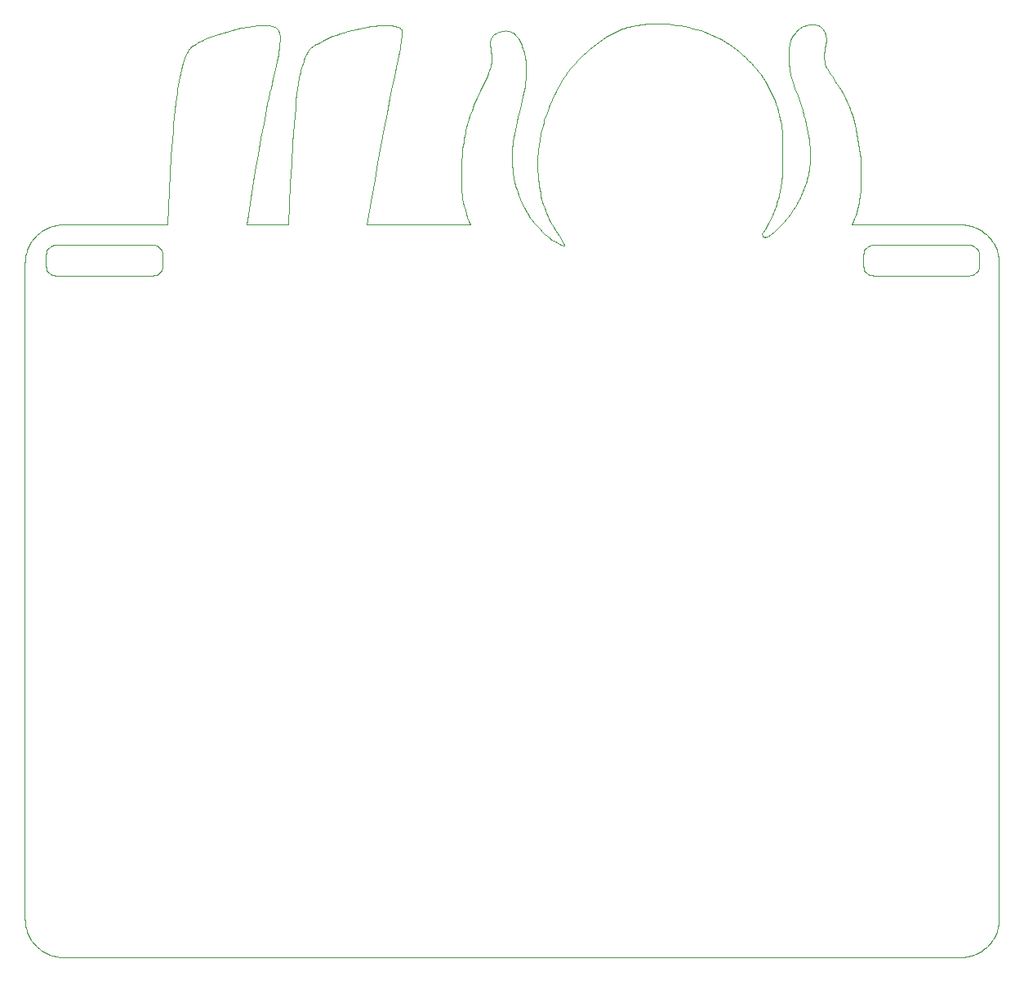
<source format=gbr>
G04 #@! TF.GenerationSoftware,KiCad,Pcbnew,(5.1.5-0-10_14)*
G04 #@! TF.CreationDate,2020-02-09T18:22:42-08:00*
G04 #@! TF.ProjectId,badge-proto,62616467-652d-4707-926f-746f2e6b6963,rev?*
G04 #@! TF.SameCoordinates,Original*
G04 #@! TF.FileFunction,Profile,NP*
%FSLAX46Y46*%
G04 Gerber Fmt 4.6, Leading zero omitted, Abs format (unit mm)*
G04 Created by KiCad (PCBNEW (5.1.5-0-10_14)) date 2020-02-09 18:22:42*
%MOMM*%
%LPD*%
G04 APERTURE LIST*
%ADD10C,0.100000*%
G04 APERTURE END LIST*
D10*
X14913455Y48424225D02*
X14599262Y48419057D01*
X14599262Y48419057D02*
X14288689Y48406655D01*
X14288689Y48406655D02*
X13982765Y48387018D01*
X13982765Y48387018D02*
X13681489Y48359630D01*
X13681489Y48359630D02*
X13385902Y48325006D01*
X13385902Y48325006D02*
X13096514Y48283148D01*
X13096514Y48283148D02*
X12813844Y48234056D01*
X12813844Y48234056D02*
X12537891Y48176695D01*
X12537891Y48176695D02*
X12362708Y48135354D01*
X12362708Y48135354D02*
X12187525Y48089879D01*
X12187525Y48089879D02*
X12012341Y48040269D01*
X12012341Y48040269D02*
X11837674Y47986009D01*
X11837674Y47986009D02*
X11663009Y47928131D01*
X11663009Y47928131D02*
X11488342Y47865603D01*
X11488342Y47865603D02*
X11140042Y47728660D01*
X11140042Y47728660D02*
X10792776Y47575181D01*
X10792776Y47575181D02*
X10446545Y47405683D01*
X10446545Y47405683D02*
X10101864Y47220164D01*
X10101864Y47220164D02*
X9758216Y47018626D01*
X9758216Y47018626D02*
X9416633Y46801068D01*
X9416633Y46801068D02*
X9076085Y46568008D01*
X9076085Y46568008D02*
X8738123Y46319444D01*
X8738123Y46319444D02*
X8401710Y46055377D01*
X8401710Y46055377D02*
X8067880Y45776325D01*
X8067880Y45776325D02*
X7736116Y45481769D01*
X7736116Y45481769D02*
X7407454Y45172744D01*
X7407454Y45172744D02*
X7080860Y44848733D01*
X7080860Y44848733D02*
X6849350Y44609988D01*
X6849350Y44609988D02*
X6633341Y44381578D01*
X6633341Y44381578D02*
X6432321Y44161436D01*
X6432321Y44161436D02*
X6243184Y43946979D01*
X6243184Y43946979D02*
X6065934Y43736139D01*
X6065934Y43736139D02*
X5897985Y43527366D01*
X5897985Y43527366D02*
X5738306Y43317560D01*
X5738306Y43317560D02*
X5585342Y43105170D01*
X5585342Y43105170D02*
X5438065Y42887612D01*
X5438065Y42887612D02*
X5293888Y42663336D01*
X5293888Y42663336D02*
X5152296Y42429759D01*
X5152296Y42429759D02*
X5011218Y42184813D01*
X5011218Y42184813D02*
X4869626Y41926431D01*
X4869626Y41926431D02*
X4725447Y41652029D01*
X4725447Y41652029D02*
X4577653Y41360057D01*
X4577653Y41360057D02*
X4424692Y41047931D01*
X4424692Y41047931D02*
X4299634Y40784382D01*
X4299634Y40784382D02*
X4178712Y40520315D01*
X4178712Y40520315D02*
X4062438Y40255732D01*
X4062438Y40255732D02*
X3950818Y39991148D01*
X3950818Y39991148D02*
X3843847Y39725531D01*
X3843847Y39725531D02*
X3741527Y39459915D01*
X3741527Y39459915D02*
X3643859Y39194298D01*
X3643859Y39194298D02*
X3550842Y38928164D01*
X3550842Y38928164D02*
X3461958Y38662030D01*
X3461958Y38662030D02*
X3378244Y38395380D01*
X3378244Y38395380D02*
X3298662Y38128730D01*
X3298662Y38128730D02*
X3224248Y37862596D01*
X3224248Y37862596D02*
X3154483Y37595946D01*
X3154483Y37595946D02*
X3089372Y37329295D01*
X3089372Y37329295D02*
X3028393Y37062645D01*
X3028393Y37062645D02*
X2972582Y36796511D01*
X2972582Y36796511D02*
X2921422Y36530378D01*
X2921422Y36530378D02*
X2875432Y36264244D01*
X2875432Y36264244D02*
X2833573Y35998627D01*
X2833573Y35998627D02*
X2796883Y35733527D01*
X2796883Y35733527D02*
X2764328Y35468427D01*
X2764328Y35468427D02*
X2737455Y35203844D01*
X2737455Y35203844D02*
X2714719Y34939777D01*
X2714719Y34939777D02*
X2697148Y34675711D01*
X2697148Y34675711D02*
X2683713Y34412678D01*
X2683713Y34412678D02*
X2675960Y34150161D01*
X2675960Y34150161D02*
X2672343Y33888162D01*
X2672343Y33888162D02*
X2674410Y33626679D01*
X2674410Y33626679D02*
X2680612Y33366230D01*
X2680612Y33366230D02*
X2691981Y33106297D01*
X2691981Y33106297D02*
X2707999Y32847398D01*
X2707999Y32847398D02*
X2729186Y32589016D01*
X2729186Y32589016D02*
X2765876Y32223664D01*
X2765876Y32223664D02*
X2808252Y31870197D01*
X2808252Y31870197D02*
X2856311Y31527582D01*
X2856311Y31527582D02*
X2911087Y31195303D01*
X2911087Y31195303D02*
X2972066Y30871292D01*
X2972066Y30871292D02*
X3040278Y30555032D01*
X3040278Y30555032D02*
X3116243Y30245490D01*
X3116243Y30245490D02*
X3199444Y29941116D01*
X3199444Y29941116D02*
X3291426Y29641393D01*
X3291426Y29641393D02*
X3391163Y29344770D01*
X3391163Y29344770D02*
X3499682Y29050731D01*
X3499682Y29050731D02*
X3618022Y28757726D01*
X3618022Y28757726D02*
X3745147Y28464720D01*
X3745147Y28464720D02*
X3882606Y28170681D01*
X3882606Y28170681D02*
X4029883Y27874575D01*
X4029883Y27874575D02*
X4188012Y27575369D01*
X4188012Y27575369D02*
X4339642Y27322764D01*
X4339642Y27322764D02*
X4535556Y27011414D01*
X4535556Y27011414D02*
X4907348Y26431769D01*
X4907348Y26431769D02*
X5087173Y26143878D01*
X5087173Y26143878D02*
X5237367Y25889607D01*
X5237367Y25889607D02*
X5357297Y25670256D01*
X5357297Y25670256D02*
X5446333Y25487124D01*
X5446333Y25487124D02*
X5473350Y25416391D01*
X5473350Y25416391D02*
X5491294Y25357933D01*
X5491294Y25357933D02*
X5341001Y25407102D01*
X5341001Y25407102D02*
X5151210Y25483229D01*
X5151210Y25483229D02*
X4924109Y25585979D01*
X4924109Y25585979D02*
X4661886Y25715017D01*
X4661886Y25715017D02*
X4533148Y25783608D01*
X4533148Y25783608D02*
X4407847Y25856438D01*
X4407847Y25856438D02*
X4285322Y25933679D01*
X4285322Y25933679D02*
X4164915Y26015506D01*
X4164915Y26015506D02*
X4045967Y26102092D01*
X4045967Y26102092D02*
X3927820Y26193611D01*
X3927820Y26193611D02*
X3691294Y26392140D01*
X3691294Y26392140D02*
X3450065Y26612482D01*
X3450065Y26612482D02*
X3198865Y26856026D01*
X3198865Y26856026D02*
X2932424Y27124160D01*
X2932424Y27124160D02*
X2645472Y27418273D01*
X2645472Y27418273D02*
X2500777Y27575369D01*
X2500777Y27575369D02*
X2238779Y27872509D01*
X2238779Y27872509D02*
X2120438Y28015652D01*
X2120438Y28015652D02*
X2008819Y28157246D01*
X2008819Y28157246D02*
X1903398Y28297806D01*
X1903398Y28297806D02*
X1803663Y28439399D01*
X1803663Y28439399D02*
X1708061Y28583059D01*
X1708061Y28583059D02*
X1616076Y28730337D01*
X1616076Y28730337D02*
X1527192Y28882266D01*
X1527192Y28882266D02*
X1439861Y29040396D01*
X1439861Y29040396D02*
X1353560Y29206277D01*
X1353560Y29206277D02*
X1267260Y29380944D01*
X1267260Y29380944D02*
X1092077Y29761282D01*
X1092077Y29761282D02*
X907075Y30192780D01*
X907075Y30192780D02*
X733961Y30621178D01*
X733961Y30621178D02*
X587199Y31014952D01*
X587199Y31014952D02*
X523120Y31203054D01*
X523120Y31203054D02*
X464210Y31387023D01*
X464210Y31387023D02*
X410465Y31568407D01*
X410465Y31568407D02*
X361372Y31749274D01*
X361372Y31749274D02*
X316414Y31931175D01*
X316414Y31931175D02*
X275589Y32115660D01*
X275589Y32115660D02*
X237867Y32303762D01*
X237867Y32303762D02*
X203244Y32497549D01*
X203244Y32497549D02*
X141749Y32908377D01*
X141749Y32908377D02*
X86970Y33360545D01*
X86970Y33360545D02*
X55966Y33677322D01*
X55966Y33677322D02*
X33744Y33989448D01*
X33744Y33989448D02*
X19792Y34299506D01*
X19792Y34299506D02*
X15141Y34610598D01*
X15141Y34610598D02*
X19792Y34924274D01*
X19792Y34924274D02*
X33744Y35243118D01*
X33744Y35243118D02*
X57517Y35570230D01*
X57517Y35570230D02*
X91621Y35907677D01*
X91621Y35907677D02*
X136063Y36258043D01*
X136063Y36258043D02*
X191875Y36623395D01*
X191875Y36623395D02*
X258020Y37006834D01*
X258020Y37006834D02*
X336051Y37410427D01*
X336051Y37410427D02*
X425451Y37836758D01*
X425451Y37836758D02*
X526737Y38288410D01*
X526737Y38288410D02*
X640425Y38767450D01*
X640425Y38767450D02*
X766515Y39276463D01*
X766515Y39276463D02*
X957203Y40064012D01*
X957203Y40064012D02*
X1138586Y40867581D01*
X1138586Y40867581D02*
X1290515Y41598285D01*
X1290515Y41598285D02*
X1349427Y41908344D01*
X1349427Y41908344D02*
X1393350Y42167243D01*
X1393350Y42167243D02*
X1428492Y42416323D01*
X1428492Y42416323D02*
X1456914Y42665404D01*
X1456914Y42665404D02*
X1477583Y42912934D01*
X1477583Y42912934D02*
X1491537Y43159430D01*
X1491537Y43159430D02*
X1498255Y43403860D01*
X1498255Y43403860D02*
X1498255Y43646222D01*
X1498255Y43646222D02*
X1492053Y43886001D01*
X1492053Y43886001D02*
X1479133Y44122679D01*
X1479133Y44122679D02*
X1460015Y44355740D01*
X1460015Y44355740D02*
X1434691Y44584666D01*
X1434691Y44584666D02*
X1403169Y44808942D01*
X1403169Y44808942D02*
X1365447Y45029084D01*
X1365447Y45029084D02*
X1322037Y45243541D01*
X1322037Y45243541D02*
X1273462Y45452314D01*
X1273462Y45452314D02*
X1219201Y45654885D01*
X1219201Y45654885D02*
X1159257Y45850739D01*
X1159257Y45850739D02*
X1094146Y46039875D01*
X1094146Y46039875D02*
X1023865Y46221776D01*
X1023865Y46221776D02*
X947900Y46395925D01*
X947900Y46395925D02*
X866769Y46561807D01*
X866769Y46561807D02*
X779435Y46719420D01*
X779435Y46719420D02*
X686934Y46867731D01*
X686934Y46867731D02*
X588234Y47006741D01*
X588234Y47006741D02*
X483329Y47135932D01*
X483329Y47135932D02*
X371191Y47255304D01*
X371191Y47255304D02*
X251819Y47363308D01*
X251819Y47363308D02*
X124694Y47458909D01*
X124694Y47458909D02*
X58033Y47501801D01*
X58033Y47501801D02*
X-9664Y47540558D01*
X-9664Y47540558D02*
X-79426Y47575698D01*
X-79426Y47575698D02*
X-150224Y47606704D01*
X-150224Y47606704D02*
X-223087Y47633576D01*
X-223087Y47633576D02*
X-296985Y47655797D01*
X-296985Y47655797D02*
X-372431Y47673367D01*
X-372431Y47673367D02*
X-449430Y47686286D01*
X-449430Y47686286D02*
X-527461Y47694037D01*
X-527461Y47694037D02*
X-606527Y47696621D01*
X-606527Y47696621D02*
X-724348Y47693004D01*
X-724348Y47693004D02*
X-841654Y47681635D01*
X-841654Y47681635D02*
X-957409Y47663031D01*
X-957409Y47663031D02*
X-1071614Y47638227D01*
X-1071614Y47638227D02*
X-1183752Y47606704D01*
X-1183752Y47606704D02*
X-1293306Y47569497D01*
X-1293306Y47569497D02*
X-1399761Y47527122D01*
X-1399761Y47527122D02*
X-1503112Y47479580D01*
X-1503112Y47479580D02*
X-1602847Y47427903D01*
X-1602847Y47427903D02*
X-1698967Y47371576D01*
X-1698967Y47371576D02*
X-1790434Y47310081D01*
X-1790434Y47310081D02*
X-1875699Y47242385D01*
X-1875699Y47242385D02*
X-1954248Y47167971D01*
X-1954248Y47167971D02*
X-2025045Y47085289D01*
X-2025045Y47085289D02*
X-2087574Y46994338D01*
X-2087574Y46994338D02*
X-2139766Y46893569D01*
X-2139766Y46893569D02*
X-2165087Y46831041D01*
X-2165087Y46831041D02*
X-2186793Y46767479D01*
X-2186793Y46767479D02*
X-2203845Y46702366D01*
X-2203845Y46702366D02*
X-2216765Y46634670D01*
X-2216765Y46634670D02*
X-2232267Y46491010D01*
X-2232267Y46491010D02*
X-2234852Y46332363D01*
X-2234852Y46332363D02*
X-2226065Y46155113D01*
X-2226065Y46155113D02*
X-2206946Y45955125D01*
X-2206946Y45955125D02*
X-2145452Y45469883D01*
X-2145452Y45469883D02*
X-2117028Y45248192D01*
X-2117028Y45248192D02*
X-2095842Y45048720D01*
X-2095842Y45048720D02*
X-2083439Y44865786D01*
X-2083439Y44865786D02*
X-2079822Y44693704D01*
X-2079822Y44693704D02*
X-2087056Y44526789D01*
X-2087056Y44526789D02*
X-2106177Y44359357D01*
X-2106177Y44359357D02*
X-2137184Y44185724D01*
X-2137184Y44185724D02*
X-2182658Y43999172D01*
X-2182658Y43999172D02*
X-2243636Y43794534D01*
X-2243636Y43794534D02*
X-2322702Y43566641D01*
X-2322702Y43566641D02*
X-2420886Y43310842D01*
X-2420886Y43310842D02*
X-2539742Y43023004D01*
X-2539742Y43023004D02*
X-2680818Y42698477D01*
X-2680818Y42698477D02*
X-2844632Y42333641D01*
X-2844632Y42333641D02*
X-3247193Y41463926D01*
X-3247193Y41463926D02*
X-3602208Y40691364D01*
X-3602208Y40691364D02*
X-3758272Y40338931D01*
X-3758272Y40338931D02*
X-3901415Y40006135D01*
X-3901415Y40006135D02*
X-4032674Y39688841D01*
X-4032674Y39688841D02*
X-4152562Y39385501D01*
X-4152562Y39385501D02*
X-4262118Y39093012D01*
X-4262118Y39093012D02*
X-4362885Y38807758D01*
X-4362885Y38807758D02*
X-4454870Y38528188D01*
X-4454870Y38528188D02*
X-4539619Y38250686D01*
X-4539619Y38250686D02*
X-4617652Y37973184D01*
X-4617652Y37973184D02*
X-4690516Y37692064D01*
X-4690516Y37692064D02*
X-4758728Y37404743D01*
X-4758728Y37404743D02*
X-4823839Y37109154D01*
X-4823839Y37109154D02*
X-4885853Y36801679D01*
X-4885853Y36801679D02*
X-4946312Y36479735D01*
X-4946312Y36479735D02*
X-4997991Y36168126D01*
X-4997991Y36168126D02*
X-5045531Y35829645D01*
X-5045531Y35829645D02*
X-5088941Y35469460D01*
X-5088941Y35469460D02*
X-5127182Y35091189D01*
X-5127182Y35091189D02*
X-5160770Y34698965D01*
X-5160770Y34698965D02*
X-5189192Y34297439D01*
X-5189192Y34297439D02*
X-5212446Y33890745D01*
X-5212446Y33890745D02*
X-5230017Y33482502D01*
X-5230017Y33482502D02*
X-5242418Y33077359D01*
X-5242418Y33077359D02*
X-5248620Y32679967D01*
X-5248620Y32679967D02*
X-5249136Y32293427D01*
X-5249136Y32293427D02*
X-5243453Y31922907D01*
X-5243453Y31922907D02*
X-5231568Y31572024D01*
X-5231568Y31572024D02*
X-5212965Y31245429D01*
X-5212965Y31245429D02*
X-5187642Y30946739D01*
X-5187642Y30946739D02*
X-5155603Y30680606D01*
X-5155603Y30680606D02*
X-5092558Y30286314D01*
X-5092558Y30286314D02*
X-5017626Y29892540D01*
X-5017626Y29892540D02*
X-4929776Y29500833D01*
X-4929776Y29500833D02*
X-4830557Y29110676D01*
X-4830557Y29110676D02*
X-4719453Y28722586D01*
X-4719453Y28722586D02*
X-4596464Y28337080D01*
X-4596464Y28337080D02*
X-4462622Y27954674D01*
X-4462622Y27954674D02*
X-4317411Y27575369D01*
X-4317411Y27575369D02*
X-15020116Y27575369D01*
X-15020116Y27575369D02*
X-14768453Y28992854D01*
X-14768453Y28992854D02*
X-14518339Y30475450D01*
X-14518339Y30475450D02*
X-14227401Y32219013D01*
X-14227401Y32219013D02*
X-13915791Y34014769D01*
X-13915791Y34014769D02*
X-13593330Y35812075D01*
X-13593330Y35812075D02*
X-13269837Y37558739D01*
X-13269837Y37558739D02*
X-12954610Y39203600D01*
X-12954610Y39203600D02*
X-12657469Y40696015D01*
X-12657469Y40696015D02*
X-12388237Y41983275D01*
X-12388237Y41983275D02*
X-12266796Y42534145D01*
X-12266796Y42534145D02*
X-12156208Y43014736D01*
X-12156208Y43014736D02*
X-12054407Y43455019D01*
X-12054407Y43455019D02*
X-11957771Y43887551D01*
X-11957771Y43887551D02*
X-11784138Y44720575D01*
X-11784138Y44720575D02*
X-11707657Y45115900D01*
X-11707657Y45115900D02*
X-11638411Y45493655D01*
X-11638411Y45493655D02*
X-11576916Y45851772D01*
X-11576916Y45851772D02*
X-11523171Y46187669D01*
X-11523171Y46187669D02*
X-11477697Y46498761D01*
X-11477697Y46498761D02*
X-11441524Y46782982D01*
X-11441524Y46782982D02*
X-11414137Y47037230D01*
X-11414137Y47037230D02*
X-11396566Y47259955D01*
X-11396566Y47259955D02*
X-11388813Y47448057D01*
X-11388813Y47448057D02*
X-11391398Y47598952D01*
X-11391398Y47598952D02*
X-11404834Y47711090D01*
X-11404834Y47711090D02*
X-11415168Y47751398D01*
X-11415168Y47751398D02*
X-11429123Y47780853D01*
X-11429123Y47780853D02*
X-11473046Y47841832D01*
X-11473046Y47841832D02*
X-11526791Y47898159D01*
X-11526791Y47898159D02*
X-11590352Y47949835D01*
X-11590352Y47949835D02*
X-11662699Y47997378D01*
X-11662699Y47997378D02*
X-11744347Y48040269D01*
X-11744347Y48040269D02*
X-11834782Y48079027D01*
X-11834782Y48079027D02*
X-11932966Y48113650D01*
X-11932966Y48113650D02*
X-12039421Y48144139D01*
X-12039421Y48144139D02*
X-12153107Y48170494D01*
X-12153107Y48170494D02*
X-12274548Y48192715D01*
X-12274548Y48192715D02*
X-12403223Y48211318D01*
X-12403223Y48211318D02*
X-12538097Y48226304D01*
X-12538097Y48226304D02*
X-12679692Y48237156D01*
X-12679692Y48237156D02*
X-12827485Y48244391D01*
X-12827485Y48244391D02*
X-13139612Y48248008D01*
X-13139612Y48248008D02*
X-13472926Y48237673D01*
X-13472926Y48237673D02*
X-13824324Y48213902D01*
X-13824324Y48213902D02*
X-14191227Y48177728D01*
X-14191227Y48177728D02*
X-14571566Y48129153D01*
X-14571566Y48129153D02*
X-14962755Y48069208D01*
X-14962755Y48069208D02*
X-15362215Y47998411D01*
X-15362215Y47998411D02*
X-15767358Y47916763D01*
X-15767358Y47916763D02*
X-16176118Y47825295D01*
X-16176118Y47825295D02*
X-16585397Y47725043D01*
X-16585397Y47725043D02*
X-16993641Y47616006D01*
X-16993641Y47616006D02*
X-17397234Y47498700D01*
X-17397234Y47498700D02*
X-17794109Y47373643D01*
X-17794109Y47373643D02*
X-18182197Y47241868D01*
X-18182197Y47241868D02*
X-18558918Y47103892D01*
X-18558918Y47103892D02*
X-18921689Y46960232D01*
X-18921689Y46960232D02*
X-19267404Y46811404D01*
X-19267404Y46811404D02*
X-19594513Y46657925D01*
X-19594513Y46657925D02*
X-19899922Y46500312D01*
X-19899922Y46500312D02*
X-20181558Y46339598D01*
X-20181558Y46339598D02*
X-20312817Y46257949D01*
X-20312817Y46257949D02*
X-20436841Y46175784D01*
X-20436841Y46175784D02*
X-20553628Y46092585D01*
X-20553628Y46092585D02*
X-20663184Y46009385D01*
X-20663184Y46009385D02*
X-20764469Y45925670D01*
X-20764469Y45925670D02*
X-20858005Y45841954D01*
X-20858005Y45841954D02*
X-20942753Y45757205D01*
X-20942753Y45757205D02*
X-21018718Y45672972D01*
X-21018718Y45672972D02*
X-21085896Y45588223D01*
X-21085896Y45588223D02*
X-21143773Y45503473D01*
X-21143773Y45503473D02*
X-21216121Y45377899D01*
X-21216121Y45377899D02*
X-21290019Y45233722D01*
X-21290019Y45233722D02*
X-21364949Y45072492D01*
X-21364949Y45072492D02*
X-21439879Y44895758D01*
X-21439879Y44895758D02*
X-21514293Y44705072D01*
X-21514293Y44705072D02*
X-21588191Y44502501D01*
X-21588191Y44502501D02*
X-21661055Y44289594D01*
X-21661055Y44289594D02*
X-21731336Y44068419D01*
X-21731336Y44068419D02*
X-21799548Y43839492D01*
X-21799548Y43839492D02*
X-21865178Y43605915D01*
X-21865178Y43605915D02*
X-21926673Y43368720D01*
X-21926673Y43368720D02*
X-21984550Y43129458D01*
X-21984550Y43129458D02*
X-22038292Y42890196D01*
X-22038292Y42890196D02*
X-22086351Y42651968D01*
X-22086351Y42651968D02*
X-22129243Y42417357D01*
X-22129243Y42417357D02*
X-22166451Y42187913D01*
X-22166451Y42187913D02*
X-22230531Y41706806D01*
X-22230531Y41706806D02*
X-22296677Y41125446D01*
X-22296677Y41125446D02*
X-22364370Y40452619D01*
X-22364370Y40452619D02*
X-22432585Y39697626D01*
X-22432585Y39697626D02*
X-22501313Y38869770D01*
X-22501313Y38869770D02*
X-22570044Y37977835D01*
X-22570044Y37977835D02*
X-22638256Y37031639D01*
X-22638256Y37031639D02*
X-22705953Y36039968D01*
X-22705953Y36039968D02*
X-22835659Y33956891D01*
X-22835659Y33956891D02*
X-22956584Y31803018D01*
X-22956584Y31803018D02*
X-23064587Y29651211D01*
X-23064587Y29651211D02*
X-23156054Y27575369D01*
X-23156054Y27575369D02*
X-27501525Y27575369D01*
X-27501525Y27575369D02*
X-27335644Y28617166D01*
X-27335644Y28617166D02*
X-27156844Y29766966D01*
X-27156844Y29766966D02*
X-26893294Y31440249D01*
X-26893294Y31440249D02*
X-26609590Y33159524D01*
X-26609590Y33159524D02*
X-26314518Y34877249D01*
X-26314518Y34877249D02*
X-26016862Y36542780D01*
X-26016862Y36542780D02*
X-25726440Y38108576D01*
X-25726440Y38108576D02*
X-25451005Y39524510D01*
X-25451005Y39524510D02*
X-25321814Y40161164D01*
X-25321814Y40161164D02*
X-25199857Y40742007D01*
X-25199857Y40742007D02*
X-25086686Y41261355D01*
X-25086686Y41261355D02*
X-24982299Y41712490D01*
X-24982299Y41712490D02*
X-24736320Y42758421D01*
X-24736320Y42758421D02*
X-24525480Y43687563D01*
X-24525480Y43687563D02*
X-24350813Y44507151D01*
X-24350813Y44507151D02*
X-24277433Y44877672D01*
X-24277433Y44877672D02*
X-24213354Y45223387D01*
X-24213354Y45223387D02*
X-24158576Y45545331D01*
X-24158576Y45545331D02*
X-24113102Y45843504D01*
X-24113102Y45843504D02*
X-24077963Y46119456D01*
X-24077963Y46119456D02*
X-24052123Y46374221D01*
X-24052123Y46374221D02*
X-24036103Y46607799D01*
X-24036103Y46607799D02*
X-24030420Y46822256D01*
X-24030420Y46822256D02*
X-24034552Y47017076D01*
X-24034552Y47017076D02*
X-24048507Y47193809D01*
X-24048507Y47193809D02*
X-24072795Y47353489D01*
X-24072795Y47353489D02*
X-24107935Y47496633D01*
X-24107935Y47496633D02*
X-24152893Y47624274D01*
X-24152893Y47624274D02*
X-24208703Y47736929D01*
X-24208703Y47736929D02*
X-24240226Y47788088D01*
X-24240226Y47788088D02*
X-24274849Y47835631D01*
X-24274849Y47835631D02*
X-24312056Y47880589D01*
X-24312056Y47880589D02*
X-24351847Y47921930D01*
X-24351847Y47921930D02*
X-24394221Y47960171D01*
X-24394221Y47960171D02*
X-24439697Y47995311D01*
X-24439697Y47995311D02*
X-24538399Y48057839D01*
X-24538399Y48057839D02*
X-24648470Y48109516D01*
X-24648470Y48109516D02*
X-24768876Y48151374D01*
X-24768876Y48151374D02*
X-24901167Y48184963D01*
X-24901167Y48184963D02*
X-25044311Y48210285D01*
X-25044311Y48210285D02*
X-25199340Y48228371D01*
X-25199340Y48228371D02*
X-25365222Y48240257D01*
X-25365222Y48240257D02*
X-25543505Y48246975D01*
X-25543505Y48246975D02*
X-25732641Y48249042D01*
X-25732641Y48249042D02*
X-25964668Y48244908D01*
X-25964668Y48244908D02*
X-26207031Y48233539D01*
X-26207031Y48233539D02*
X-26458178Y48214419D01*
X-26458178Y48214419D02*
X-26717594Y48188064D01*
X-26717594Y48188064D02*
X-26984761Y48154991D01*
X-26984761Y48154991D02*
X-27257613Y48115717D01*
X-27257613Y48115717D02*
X-27536149Y48070242D01*
X-27536149Y48070242D02*
X-27818819Y48018565D01*
X-27818819Y48018565D02*
X-28105106Y47961204D01*
X-28105106Y47961204D02*
X-28393977Y47898676D01*
X-28393977Y47898676D02*
X-28684399Y47831496D01*
X-28684399Y47831496D02*
X-28975337Y47759666D01*
X-28975337Y47759666D02*
X-29265759Y47683185D01*
X-29265759Y47683185D02*
X-29554630Y47602570D01*
X-29554630Y47602570D02*
X-29841434Y47518337D01*
X-29841434Y47518337D02*
X-30124621Y47430487D01*
X-30124621Y47430487D02*
X-30404191Y47340054D01*
X-30404191Y47340054D02*
X-30678076Y47246002D01*
X-30678076Y47246002D02*
X-30945760Y47149884D01*
X-30945760Y47149884D02*
X-31206725Y47051699D01*
X-31206725Y47051699D02*
X-31459423Y46950930D01*
X-31459423Y46950930D02*
X-31702819Y46849127D01*
X-31702819Y46849127D02*
X-31936397Y46745775D01*
X-31936397Y46745775D02*
X-32159122Y46641388D01*
X-32159122Y46641388D02*
X-32369445Y46536485D01*
X-32369445Y46536485D02*
X-32567366Y46431065D01*
X-32567366Y46431065D02*
X-32751334Y46325645D01*
X-32751334Y46325645D02*
X-32920316Y46220225D01*
X-32920316Y46220225D02*
X-33073795Y46115322D01*
X-33073795Y46115322D02*
X-33210738Y46011452D01*
X-33210738Y46011452D02*
X-33329593Y45908100D01*
X-33329593Y45908100D02*
X-33429846Y45806814D01*
X-33429846Y45806814D02*
X-33474287Y45753070D01*
X-33474287Y45753070D02*
X-33519246Y45690542D01*
X-33519246Y45690542D02*
X-33564721Y45618712D01*
X-33564721Y45618712D02*
X-33610196Y45538096D01*
X-33610196Y45538096D02*
X-33702697Y45352061D01*
X-33702697Y45352061D02*
X-33795715Y45134503D01*
X-33795715Y45134503D02*
X-33889249Y44886457D01*
X-33889249Y44886457D02*
X-33982267Y44611021D01*
X-33982267Y44611021D02*
X-34074768Y44310264D01*
X-34074768Y44310264D02*
X-34165718Y43985220D01*
X-34165718Y43985220D02*
X-34254602Y43638471D01*
X-34254602Y43638471D02*
X-34341418Y43272602D01*
X-34341418Y43272602D02*
X-34425134Y42888646D01*
X-34425134Y42888646D02*
X-34504715Y42489704D01*
X-34504715Y42489704D02*
X-34580680Y42076809D01*
X-34580680Y42076809D02*
X-34651993Y41652546D01*
X-34651993Y41652546D02*
X-34718139Y41218980D01*
X-34718139Y41218980D02*
X-34778084Y40778180D01*
X-34778084Y40778180D02*
X-34853014Y40163231D01*
X-34853014Y40163231D02*
X-34926395Y39497121D01*
X-34926395Y39497121D02*
X-34998225Y38784504D01*
X-34998225Y38784504D02*
X-35067988Y38030545D01*
X-35067988Y38030545D02*
X-35135685Y37240412D01*
X-35135685Y37240412D02*
X-35201314Y36418240D01*
X-35201314Y36418240D02*
X-35263842Y35570230D01*
X-35263842Y35570230D02*
X-35324304Y34701032D01*
X-35324304Y34701032D02*
X-35435925Y32917678D01*
X-35435925Y32917678D02*
X-35534627Y31109520D01*
X-35534627Y31109520D02*
X-35618342Y29315314D01*
X-35618342Y29315314D02*
X-35686555Y27575369D01*
X-35686555Y27575369D02*
X-46471944Y27575369D01*
X-46471944Y27575369D02*
X-46678649Y27570201D01*
X-46678649Y27570201D02*
X-46882254Y27554698D01*
X-46882254Y27554698D02*
X-47082759Y27529377D01*
X-47082759Y27529377D02*
X-47280163Y27494237D01*
X-47280163Y27494237D02*
X-47473949Y27449795D01*
X-47473949Y27449795D02*
X-47664119Y27396052D01*
X-47664119Y27396052D02*
X-47850154Y27333523D01*
X-47850154Y27333523D02*
X-48032055Y27262210D01*
X-48032055Y27262210D02*
X-48209305Y27182111D01*
X-48209305Y27182111D02*
X-48381904Y27094261D01*
X-48381904Y27094261D02*
X-48549336Y26998143D01*
X-48549336Y26998143D02*
X-48711600Y26894274D01*
X-48711600Y26894274D02*
X-48868180Y26782652D01*
X-48868180Y26782652D02*
X-49019075Y26664313D01*
X-49019075Y26664313D02*
X-49164286Y26538740D01*
X-49164286Y26538740D02*
X-49302778Y26406448D01*
X-49302778Y26406448D02*
X-49435070Y26267955D01*
X-49435070Y26267955D02*
X-49560644Y26122744D01*
X-49560644Y26122744D02*
X-49679500Y25971849D01*
X-49679500Y25971849D02*
X-49790604Y25814753D01*
X-49790604Y25814753D02*
X-49894474Y25652489D01*
X-49894474Y25652489D02*
X-49990592Y25485057D01*
X-49990592Y25485057D02*
X-50078442Y25312975D01*
X-50078442Y25312975D02*
X-50158540Y25135208D01*
X-50158540Y25135208D02*
X-50229854Y24953824D01*
X-50229854Y24953824D02*
X-50292382Y24767789D01*
X-50292382Y24767789D02*
X-50346126Y24577619D01*
X-50346126Y24577619D02*
X-50391084Y24383833D01*
X-50391084Y24383833D02*
X-50425707Y24186429D01*
X-50425707Y24186429D02*
X-50451029Y23985924D01*
X-50451029Y23985924D02*
X-50466532Y23781802D01*
X-50466532Y23781802D02*
X-50471699Y23575613D01*
X-50471699Y23575613D02*
X-50471699Y-44424369D01*
X-50471699Y-44424369D02*
X-50466532Y-44630558D01*
X-50466532Y-44630558D02*
X-50451029Y-44834679D01*
X-50451029Y-44834679D02*
X-50425707Y-45035186D01*
X-50425707Y-45035186D02*
X-50391084Y-45232589D01*
X-50391084Y-45232589D02*
X-50346126Y-45426375D01*
X-50346126Y-45426375D02*
X-50292382Y-45616544D01*
X-50292382Y-45616544D02*
X-50229854Y-45802581D01*
X-50229854Y-45802581D02*
X-50158540Y-45984482D01*
X-50158540Y-45984482D02*
X-50078442Y-46161731D01*
X-50078442Y-46161731D02*
X-49990592Y-46334330D01*
X-49990592Y-46334330D02*
X-49894474Y-46501761D01*
X-49894474Y-46501761D02*
X-49790604Y-46664024D01*
X-49790604Y-46664024D02*
X-49679500Y-46820605D01*
X-49679500Y-46820605D02*
X-49560644Y-46971499D01*
X-49560644Y-46971499D02*
X-49435070Y-47116710D01*
X-49435070Y-47116710D02*
X-49302778Y-47255720D01*
X-49302778Y-47255720D02*
X-49164286Y-47388011D01*
X-49164286Y-47388011D02*
X-49019075Y-47513585D01*
X-49019075Y-47513585D02*
X-48868180Y-47631926D01*
X-48868180Y-47631926D02*
X-48711600Y-47743029D01*
X-48711600Y-47743029D02*
X-48549336Y-47846900D01*
X-48549336Y-47846900D02*
X-48381904Y-47943017D01*
X-48381904Y-47943017D02*
X-48209305Y-48031383D01*
X-48209305Y-48031383D02*
X-48032055Y-48110967D01*
X-48032055Y-48110967D02*
X-47850154Y-48182796D01*
X-47850154Y-48182796D02*
X-47664119Y-48245325D01*
X-47664119Y-48245325D02*
X-47473949Y-48299067D01*
X-47473949Y-48299067D02*
X-47280163Y-48343509D01*
X-47280163Y-48343509D02*
X-47082759Y-48378649D01*
X-47082759Y-48378649D02*
X-46882254Y-48403972D01*
X-46882254Y-48403972D02*
X-46678649Y-48419474D01*
X-46678649Y-48419474D02*
X-46471944Y-48424641D01*
X-46471944Y-48424641D02*
X46528062Y-48424641D01*
X46528062Y-48424641D02*
X46734252Y-48419474D01*
X46734252Y-48419474D02*
X46937857Y-48403972D01*
X46937857Y-48403972D02*
X47138879Y-48378649D01*
X47138879Y-48378649D02*
X47336282Y-48343509D01*
X47336282Y-48343509D02*
X47530068Y-48299067D01*
X47530068Y-48299067D02*
X47719722Y-48245325D01*
X47719722Y-48245325D02*
X47906274Y-48182796D01*
X47906274Y-48182796D02*
X48087659Y-48110967D01*
X48087659Y-48110967D02*
X48264909Y-48031383D01*
X48264909Y-48031383D02*
X48437507Y-47943017D01*
X48437507Y-47943017D02*
X48604938Y-47846900D01*
X48604938Y-47846900D02*
X48767204Y-47743029D01*
X48767204Y-47743029D02*
X48924301Y-47631926D01*
X48924301Y-47631926D02*
X49075195Y-47513585D01*
X49075195Y-47513585D02*
X49220407Y-47388011D01*
X49220407Y-47388011D02*
X49358897Y-47255720D01*
X49358897Y-47255720D02*
X49491189Y-47116710D01*
X49491189Y-47116710D02*
X49616763Y-46971499D01*
X49616763Y-46971499D02*
X49735619Y-46820605D01*
X49735619Y-46820605D02*
X49846723Y-46664024D01*
X49846723Y-46664024D02*
X49950593Y-46501761D01*
X49950593Y-46501761D02*
X50046711Y-46334330D01*
X50046711Y-46334330D02*
X50135079Y-46161731D01*
X50135079Y-46161731D02*
X50214660Y-45984482D01*
X50214660Y-45984482D02*
X50285974Y-45802581D01*
X50285974Y-45802581D02*
X50349019Y-45616544D01*
X50349019Y-45616544D02*
X50402763Y-45426375D01*
X50402763Y-45426375D02*
X50447203Y-45232589D01*
X50447203Y-45232589D02*
X50482345Y-45035186D01*
X50482345Y-45035186D02*
X50507665Y-44834679D01*
X50507665Y-44834679D02*
X50523167Y-44630558D01*
X50523167Y-44630558D02*
X50528337Y-44424369D01*
X50528337Y-44424369D02*
X50528337Y23575613D01*
X50528337Y23575613D02*
X50523167Y23781802D01*
X50523167Y23781802D02*
X50507665Y23985924D01*
X50507665Y23985924D02*
X50482345Y24186429D01*
X50482345Y24186429D02*
X50447203Y24383833D01*
X50447203Y24383833D02*
X50402763Y24577619D01*
X50402763Y24577619D02*
X50349019Y24767789D01*
X50349019Y24767789D02*
X50285974Y24953824D01*
X50285974Y24953824D02*
X50214660Y25135208D01*
X50214660Y25135208D02*
X50135079Y25312975D01*
X50135079Y25312975D02*
X50046711Y25485057D01*
X50046711Y25485057D02*
X49950593Y25652489D01*
X49950593Y25652489D02*
X49846723Y25814753D01*
X49846723Y25814753D02*
X49735619Y25971849D01*
X49735619Y25971849D02*
X49616763Y26122744D01*
X49616763Y26122744D02*
X49491189Y26267955D01*
X49491189Y26267955D02*
X49358897Y26406448D01*
X49358897Y26406448D02*
X49220407Y26538740D01*
X49220407Y26538740D02*
X49075195Y26664313D01*
X49075195Y26664313D02*
X48924301Y26782652D01*
X48924301Y26782652D02*
X48767204Y26894274D01*
X48767204Y26894274D02*
X48604938Y26998143D01*
X48604938Y26998143D02*
X48437507Y27094261D01*
X48437507Y27094261D02*
X48264909Y27182111D01*
X48264909Y27182111D02*
X48087659Y27262210D01*
X48087659Y27262210D02*
X47906274Y27333523D01*
X47906274Y27333523D02*
X47719722Y27396052D01*
X47719722Y27396052D02*
X47530068Y27449795D01*
X47530068Y27449795D02*
X47336282Y27494237D01*
X47336282Y27494237D02*
X47138879Y27529377D01*
X47138879Y27529377D02*
X46937857Y27554698D01*
X46937857Y27554698D02*
X46734252Y27570201D01*
X46734252Y27570201D02*
X46528062Y27575369D01*
X46528062Y27575369D02*
X35295674Y27575369D01*
X35295674Y27575369D02*
X35422283Y27898863D01*
X35422283Y27898863D02*
X35540104Y28224425D01*
X35540104Y28224425D02*
X35649142Y28552570D01*
X35649142Y28552570D02*
X35749392Y28882783D01*
X35749392Y28882783D02*
X35840862Y29215062D01*
X35840862Y29215062D02*
X35922509Y29548892D01*
X35922509Y29548892D02*
X35994857Y29884789D01*
X35994857Y29884789D02*
X36057386Y30221719D01*
X36057386Y30221719D02*
X36088390Y30416539D01*
X36088390Y30416539D02*
X36116295Y30618594D01*
X36116295Y30618594D02*
X36162804Y31040274D01*
X36162804Y31040274D02*
X36196395Y31484691D01*
X36196395Y31484691D02*
X36217583Y31948228D01*
X36217583Y31948228D02*
X36227399Y32428303D01*
X36227399Y32428303D02*
X36224301Y32921813D01*
X36224301Y32921813D02*
X36210347Y33425658D01*
X36210347Y33425658D02*
X36184510Y33937254D01*
X36184510Y33937254D02*
X36147302Y34452468D01*
X36147302Y34452468D02*
X36099243Y34969749D01*
X36099243Y34969749D02*
X36040849Y35484963D01*
X36040849Y35484963D02*
X35971084Y35996043D01*
X35971084Y35996043D02*
X35890987Y36498855D01*
X35890987Y36498855D02*
X35801071Y36991848D01*
X35801071Y36991848D02*
X35700818Y37470372D01*
X35700818Y37470372D02*
X35590746Y37932876D01*
X35590746Y37932876D02*
X35498245Y38286343D01*
X35498245Y38286343D02*
X35404712Y38621723D01*
X35404712Y38621723D02*
X35308078Y38941600D01*
X35308078Y38941600D02*
X35207825Y39249075D01*
X35207825Y39249075D02*
X35102920Y39546214D01*
X35102920Y39546214D02*
X34991300Y39835602D01*
X34991300Y39835602D02*
X34872444Y40120339D01*
X34872444Y40120339D02*
X34745320Y40401976D01*
X34745320Y40401976D02*
X34608377Y40683613D01*
X34608377Y40683613D02*
X34460067Y40967833D01*
X34460067Y40967833D02*
X34299870Y41257221D01*
X34299870Y41257221D02*
X34126753Y41554360D01*
X34126753Y41554360D02*
X33938650Y41861835D01*
X33938650Y41861835D02*
X33735045Y42181712D01*
X33735045Y42181712D02*
X33514388Y42517092D01*
X33514388Y42517092D02*
X33276160Y42870042D01*
X33276160Y42870042D02*
X33139733Y43073647D01*
X33139733Y43073647D02*
X33007441Y43278803D01*
X33007441Y43278803D02*
X32768181Y43668960D01*
X32768181Y43668960D02*
X32667928Y43844660D01*
X32667928Y43844660D02*
X32586796Y43997622D01*
X32586796Y43997622D02*
X32529434Y44111827D01*
X32529434Y44111827D02*
X32502563Y44172805D01*
X32502563Y44172805D02*
X32478275Y44252387D01*
X32478275Y44252387D02*
X32456571Y44342821D01*
X32456571Y44342821D02*
X32438484Y44442039D01*
X32438484Y44442039D02*
X32423498Y44550043D01*
X32423498Y44550043D02*
X32403345Y44787238D01*
X32403345Y44787238D02*
X32396627Y45044586D01*
X32396627Y45044586D02*
X32404379Y45313821D01*
X32404379Y45313821D02*
X32427115Y45586155D01*
X32427115Y45586155D02*
X32444170Y45720514D01*
X32444170Y45720514D02*
X32465355Y45852806D01*
X32465355Y45852806D02*
X32490678Y45980963D01*
X32490678Y45980963D02*
X32520134Y46104470D01*
X32520134Y46104470D02*
X32554239Y46251231D01*
X32554239Y46251231D02*
X32580594Y46396442D01*
X32580594Y46396442D02*
X32598165Y46540102D01*
X32598165Y46540102D02*
X32607465Y46681179D01*
X32607465Y46681179D02*
X32608500Y46820189D01*
X32608500Y46820189D02*
X32601266Y46956098D01*
X32601266Y46956098D02*
X32585246Y47088389D01*
X32585246Y47088389D02*
X32560957Y47217064D01*
X32560957Y47217064D02*
X32527368Y47341604D01*
X32527368Y47341604D02*
X32485511Y47461493D01*
X32485511Y47461493D02*
X32434867Y47576732D01*
X32434867Y47576732D02*
X32375439Y47686286D01*
X32375439Y47686286D02*
X32307227Y47790672D01*
X32307227Y47790672D02*
X32229712Y47888340D01*
X32229712Y47888340D02*
X32143413Y47979291D01*
X32143413Y47979291D02*
X32047811Y48063524D01*
X32047811Y48063524D02*
X31942906Y48140005D01*
X31942906Y48140005D02*
X31828185Y48206151D01*
X31828185Y48206151D02*
X31767726Y48234573D01*
X31767726Y48234573D02*
X31704162Y48259377D01*
X31704162Y48259377D02*
X31639051Y48280048D01*
X31639051Y48280048D02*
X31571354Y48296068D01*
X31571354Y48296068D02*
X31432345Y48316221D01*
X31432345Y48316221D02*
X31285583Y48323456D01*
X31285583Y48323456D02*
X31125902Y48320355D01*
X31125902Y48320355D02*
X30948136Y48309503D01*
X30948136Y48309503D02*
X30793625Y48292967D01*
X30793625Y48292967D02*
X30643246Y48266612D01*
X30643246Y48266612D02*
X30497001Y48230438D01*
X30497001Y48230438D02*
X30355406Y48184963D01*
X30355406Y48184963D02*
X30218466Y48129153D01*
X30218466Y48129153D02*
X30085656Y48064557D01*
X30085656Y48064557D02*
X29958015Y47990143D01*
X29958015Y47990143D02*
X29835026Y47906944D01*
X29835026Y47906944D02*
X29716686Y47814443D01*
X29716686Y47814443D02*
X29603516Y47712641D01*
X29603516Y47712641D02*
X29495510Y47602053D01*
X29495510Y47602053D02*
X29392159Y47483197D01*
X29392159Y47483197D02*
X29293975Y47355040D01*
X29293975Y47355040D02*
X29201474Y47219131D01*
X29201474Y47219131D02*
X29114140Y47073920D01*
X29114140Y47073920D02*
X29031974Y46920958D01*
X29031974Y46920958D02*
X28947225Y46742674D01*
X28947225Y46742674D02*
X28877462Y46566974D01*
X28877462Y46566974D02*
X28848006Y46477057D01*
X28848006Y46477057D02*
X28822685Y46384040D01*
X28822685Y46384040D02*
X28801498Y46287921D01*
X28801498Y46287921D02*
X28783927Y46186636D01*
X28783927Y46186636D02*
X28759641Y45966494D01*
X28759641Y45966494D02*
X28745686Y45711213D01*
X28745686Y45711213D02*
X28740003Y45404771D01*
X28740003Y45404771D02*
X28738969Y45030634D01*
X28738969Y45030634D02*
X28745171Y44541258D01*
X28745171Y44541258D02*
X28754471Y44319049D01*
X28754471Y44319049D02*
X28768425Y44106659D01*
X28768425Y44106659D02*
X28788062Y43900470D01*
X28788062Y43900470D02*
X28814933Y43696865D01*
X28814933Y43696865D02*
X28848522Y43491710D01*
X28848522Y43491710D02*
X28890898Y43281903D01*
X28890898Y43281903D02*
X28942058Y43062795D01*
X28942058Y43062795D02*
X29003552Y42831802D01*
X29003552Y42831802D02*
X29075900Y42584272D01*
X29075900Y42584272D02*
X29159614Y42316588D01*
X29159614Y42316588D02*
X29365288Y41706806D01*
X29365288Y41706806D02*
X29627802Y40971967D01*
X29627802Y40971967D02*
X29815905Y40441767D01*
X29815905Y40441767D02*
X29988506Y39929653D01*
X29988506Y39929653D02*
X30146118Y39435110D01*
X30146118Y39435110D02*
X30288228Y38956069D01*
X30288228Y38956069D02*
X30416385Y38492532D01*
X30416385Y38492532D02*
X30529558Y38042430D01*
X30529558Y38042430D02*
X30628776Y37604731D01*
X30628776Y37604731D02*
X30714041Y37178400D01*
X30714041Y37178400D02*
X30785354Y36762405D01*
X30785354Y36762405D02*
X30843234Y36355711D01*
X30843234Y36355711D02*
X30888192Y35956769D01*
X30888192Y35956769D02*
X30919715Y35564545D01*
X30919715Y35564545D02*
X30938318Y35178006D01*
X30938318Y35178006D02*
X30944519Y34795600D01*
X30944519Y34795600D02*
X30938834Y34416812D01*
X30938834Y34416812D02*
X30920747Y34040090D01*
X30920747Y34040090D02*
X30904210Y33829767D01*
X30904210Y33829767D02*
X30881990Y33617377D01*
X30881990Y33617377D02*
X30854085Y33403954D01*
X30854085Y33403954D02*
X30820496Y33188980D01*
X30820496Y33188980D02*
X30781221Y32972972D01*
X30781221Y32972972D02*
X30736263Y32756448D01*
X30736263Y32756448D02*
X30686135Y32539407D01*
X30686135Y32539407D02*
X30630843Y32321849D01*
X30630843Y32321849D02*
X30570380Y32104291D01*
X30570380Y32104291D02*
X30504753Y31887250D01*
X30504753Y31887250D02*
X30434472Y31670209D01*
X30434472Y31670209D02*
X30359026Y31454202D01*
X30359026Y31454202D02*
X30278926Y31238711D01*
X30278926Y31238711D02*
X30194177Y31024254D01*
X30194177Y31024254D02*
X30104777Y30811347D01*
X30104777Y30811347D02*
X30011241Y30599990D01*
X30011241Y30599990D02*
X29913057Y30390184D01*
X29913057Y30390184D02*
X29811253Y30182445D01*
X29811253Y30182445D02*
X29704801Y29977290D01*
X29704801Y29977290D02*
X29594729Y29774201D01*
X29594729Y29774201D02*
X29480524Y29574213D01*
X29480524Y29574213D02*
X29362187Y29376809D01*
X29362187Y29376809D02*
X29240746Y29182506D01*
X29240746Y29182506D02*
X29115690Y28991820D01*
X29115690Y28991820D02*
X28986500Y28804751D01*
X28986500Y28804751D02*
X28854724Y28621817D01*
X28854724Y28621817D02*
X28719331Y28442499D01*
X28719331Y28442499D02*
X28580838Y28267833D01*
X28580838Y28267833D02*
X28439246Y28097301D01*
X28439246Y28097301D02*
X28294551Y27931936D01*
X28294551Y27931936D02*
X28146757Y27771739D01*
X28146757Y27771739D02*
X27996894Y27616193D01*
X27996894Y27616193D02*
X27954521Y27575369D01*
X27954521Y27575369D02*
X27765903Y27375381D01*
X27765903Y27375381D02*
X27536218Y27149493D01*
X27536218Y27149493D02*
X27323860Y26951383D01*
X27323860Y26951383D02*
X27128483Y26780269D01*
X27128483Y26780269D02*
X26949741Y26635372D01*
X26949741Y26635372D02*
X26787287Y26515911D01*
X26787287Y26515911D02*
X26640776Y26421108D01*
X26640776Y26421108D02*
X26509861Y26350181D01*
X26509861Y26350181D02*
X26394196Y26302352D01*
X26394196Y26302352D02*
X26341975Y26286854D01*
X26341975Y26286854D02*
X26293436Y26276839D01*
X26293436Y26276839D02*
X26248536Y26272207D01*
X26248536Y26272207D02*
X26207233Y26272862D01*
X26207233Y26272862D02*
X26169482Y26278707D01*
X26169482Y26278707D02*
X26135242Y26289643D01*
X26135242Y26289643D02*
X26104467Y26305573D01*
X26104467Y26305573D02*
X26077116Y26326400D01*
X26077116Y26326400D02*
X26053145Y26352026D01*
X26053145Y26352026D02*
X26032510Y26382354D01*
X26032510Y26382354D02*
X26015168Y26417286D01*
X26015168Y26417286D02*
X26001077Y26456724D01*
X26001077Y26456724D02*
X25990192Y26500572D01*
X25990192Y26500572D02*
X25982471Y26548732D01*
X25982471Y26548732D02*
X25976346Y26657596D01*
X25976346Y26657596D02*
X25979840Y26681707D01*
X25979840Y26681707D02*
X25989982Y26709402D01*
X25989982Y26709402D02*
X26028157Y26776271D01*
X26028157Y26776271D02*
X26086767Y26859658D01*
X26086767Y26859658D02*
X26161707Y26961021D01*
X26161707Y26961021D02*
X26248877Y27081816D01*
X26248877Y27081816D02*
X26344171Y27223501D01*
X26344171Y27223501D02*
X26443486Y27387533D01*
X26443486Y27387533D02*
X26542721Y27575369D01*
X26542721Y27575369D02*
X26623853Y27739183D01*
X26623853Y27739183D02*
X26834691Y28162413D01*
X26834691Y28162413D02*
X27027961Y28582542D01*
X27027961Y28582542D02*
X27117880Y28792349D01*
X27117880Y28792349D02*
X27203144Y29002155D01*
X27203144Y29002155D02*
X27284276Y29212478D01*
X27284276Y29212478D02*
X27361275Y29423835D01*
X27361275Y29423835D02*
X27433623Y29636225D01*
X27433623Y29636225D02*
X27502351Y29850165D01*
X27502351Y29850165D02*
X27566947Y30065656D01*
X27566947Y30065656D02*
X27627409Y30283214D01*
X27627409Y30283214D02*
X27684252Y30503356D01*
X27684252Y30503356D02*
X27736963Y30726081D01*
X27736963Y30726081D02*
X27785537Y30951390D01*
X27785537Y30951390D02*
X27830498Y31180834D01*
X27830498Y31180834D02*
X27872355Y31413377D01*
X27872355Y31413377D02*
X27910079Y31650055D01*
X27910079Y31650055D02*
X27944184Y31890868D01*
X27944184Y31890868D02*
X27975191Y32136331D01*
X27975191Y32136331D02*
X28026351Y32642760D01*
X28026351Y32642760D02*
X28064075Y33170893D01*
X28064075Y33170893D02*
X28088880Y33723831D01*
X28088880Y33723831D02*
X28101799Y34304157D01*
X28101799Y34304157D02*
X28102831Y34913939D01*
X28102831Y34913939D02*
X28092496Y35555760D01*
X28092496Y35555760D02*
X28074409Y36224453D01*
X28074409Y36224453D02*
X28054256Y36775324D01*
X28054256Y36775324D02*
X28029451Y37232660D01*
X28029451Y37232660D02*
X27997413Y37620233D01*
X27997413Y37620233D02*
X27956072Y37960781D01*
X27956072Y37960781D02*
X27903362Y38278075D01*
X27903362Y38278075D02*
X27836181Y38596402D01*
X27836181Y38596402D02*
X27752983Y38938499D01*
X27752983Y38938499D02*
X27648597Y39324006D01*
X27648597Y39324006D02*
X27534392Y39703310D01*
X27534392Y39703310D02*
X27409334Y40075381D01*
X27409334Y40075381D02*
X27273942Y40441250D01*
X27273942Y40441250D02*
X27128214Y40800401D01*
X27128214Y40800401D02*
X26972153Y41152834D01*
X26972153Y41152834D02*
X26806269Y41499067D01*
X26806269Y41499067D02*
X26629536Y41838064D01*
X26629536Y41838064D02*
X26442467Y42170860D01*
X26442467Y42170860D02*
X26245064Y42496938D01*
X26245064Y42496938D02*
X26037324Y42816299D01*
X26037324Y42816299D02*
X25819768Y43128941D01*
X25819768Y43128941D02*
X25591358Y43434866D01*
X25591358Y43434866D02*
X25352612Y43733555D01*
X25352612Y43733555D02*
X25104049Y44026044D01*
X25104049Y44026044D02*
X24844633Y44311815D01*
X24844633Y44311815D02*
X24537158Y44630658D01*
X24537158Y44630658D02*
X24225032Y44935549D01*
X24225032Y44935549D02*
X23907738Y45227004D01*
X23907738Y45227004D02*
X23584761Y45504507D01*
X23584761Y45504507D02*
X23256098Y45768573D01*
X23256098Y45768573D02*
X22921752Y46019204D01*
X22921752Y46019204D02*
X22581204Y46256916D01*
X22581204Y46256916D02*
X22233939Y46481191D01*
X22233939Y46481191D02*
X21880474Y46693065D01*
X21880474Y46693065D02*
X21519770Y46892536D01*
X21519770Y46892536D02*
X21151835Y47079088D01*
X21151835Y47079088D02*
X20776148Y47253237D01*
X20776148Y47253237D02*
X20393225Y47414984D01*
X20393225Y47414984D02*
X20002036Y47565363D01*
X20002036Y47565363D02*
X19602576Y47703339D01*
X19602576Y47703339D02*
X19194331Y47829429D01*
X19194331Y47829429D02*
X18778854Y47943634D01*
X18778854Y47943634D02*
X18356658Y48045954D01*
X18356658Y48045954D02*
X17929808Y48136387D01*
X17929808Y48136387D02*
X17499344Y48214419D01*
X17499344Y48214419D02*
X17066296Y48280048D01*
X17066296Y48280048D02*
X16632215Y48333791D01*
X16632215Y48333791D02*
X16198650Y48374616D01*
X16198650Y48374616D02*
X15766633Y48403555D01*
X15766633Y48403555D02*
X15337720Y48420091D01*
X15337720Y48420091D02*
X14913455Y48424225D01*
X14913455Y48424225D02*
X14913455Y48424225D01*
X14913455Y48424225D02*
X14913455Y48424225D01*
X-47279585Y25458811D02*
X-37215871Y25458811D01*
X-37215871Y25458811D02*
X-37013843Y25438565D01*
X-37013843Y25438565D02*
X-36825902Y25380467D01*
X-36825902Y25380467D02*
X-36656007Y25288479D01*
X-36656007Y25288479D02*
X-36508121Y25166561D01*
X-36508121Y25166561D02*
X-36386203Y25018674D01*
X-36386203Y25018674D02*
X-36294213Y24848780D01*
X-36294213Y24848780D02*
X-36236113Y24660838D01*
X-36236113Y24660838D02*
X-36215863Y24458811D01*
X-36215863Y24458811D02*
X-36215863Y23275913D01*
X-36215863Y23275913D02*
X-36236113Y23073885D01*
X-36236113Y23073885D02*
X-36294213Y22885944D01*
X-36294213Y22885944D02*
X-36386203Y22716049D01*
X-36386203Y22716049D02*
X-36508121Y22568162D01*
X-36508121Y22568162D02*
X-36656007Y22446244D01*
X-36656007Y22446244D02*
X-36825902Y22354256D01*
X-36825902Y22354256D02*
X-37013843Y22296158D01*
X-37013843Y22296158D02*
X-37215871Y22275912D01*
X-37215871Y22275912D02*
X-47279585Y22275912D01*
X-47279585Y22275912D02*
X-47481612Y22296158D01*
X-47481612Y22296158D02*
X-47669554Y22354256D01*
X-47669554Y22354256D02*
X-47839448Y22446244D01*
X-47839448Y22446244D02*
X-47987335Y22568162D01*
X-47987335Y22568162D02*
X-48109253Y22716049D01*
X-48109253Y22716049D02*
X-48201241Y22885944D01*
X-48201241Y22885944D02*
X-48259339Y23073885D01*
X-48259339Y23073885D02*
X-48279585Y23275913D01*
X-48279585Y23275913D02*
X-48279585Y24458811D01*
X-48279585Y24458811D02*
X-48259339Y24660838D01*
X-48259339Y24660838D02*
X-48201241Y24848780D01*
X-48201241Y24848780D02*
X-48109253Y25018674D01*
X-48109253Y25018674D02*
X-47987335Y25166561D01*
X-47987335Y25166561D02*
X-47839448Y25288479D01*
X-47839448Y25288479D02*
X-47669554Y25380467D01*
X-47669554Y25380467D02*
X-47481612Y25438565D01*
X-47481612Y25438565D02*
X-47279585Y25458811D01*
X-47279585Y25458811D02*
X-47279585Y25458811D01*
X-47279585Y25458811D02*
X-47279585Y25458811D01*
X37554051Y25458811D02*
X47361760Y25458811D01*
X47361760Y25458811D02*
X47581787Y25438565D01*
X47581787Y25438565D02*
X47786473Y25380467D01*
X47786473Y25380467D02*
X47971504Y25288479D01*
X47971504Y25288479D02*
X48132567Y25166561D01*
X48132567Y25166561D02*
X48265347Y25018674D01*
X48265347Y25018674D02*
X48365532Y24848780D01*
X48365532Y24848780D02*
X48428802Y24660838D01*
X48428802Y24660838D02*
X48450852Y24458811D01*
X48450852Y24458811D02*
X48450852Y23275913D01*
X48450852Y23275913D02*
X48428802Y23073885D01*
X48428802Y23073885D02*
X48365532Y22885944D01*
X48365532Y22885944D02*
X48265347Y22716049D01*
X48265347Y22716049D02*
X48132567Y22568162D01*
X48132567Y22568162D02*
X47971504Y22446244D01*
X47971504Y22446244D02*
X47786473Y22354256D01*
X47786473Y22354256D02*
X47581787Y22296158D01*
X47581787Y22296158D02*
X47361760Y22275912D01*
X47361760Y22275912D02*
X37554051Y22275912D01*
X37554051Y22275912D02*
X37334025Y22296158D01*
X37334025Y22296158D02*
X37129339Y22354256D01*
X37129339Y22354256D02*
X36944307Y22446244D01*
X36944307Y22446244D02*
X36783245Y22568162D01*
X36783245Y22568162D02*
X36650464Y22716049D01*
X36650464Y22716049D02*
X36550280Y22885944D01*
X36550280Y22885944D02*
X36487006Y23073885D01*
X36487006Y23073885D02*
X36464956Y23275913D01*
X36464956Y23275913D02*
X36464956Y24458811D01*
X36464956Y24458811D02*
X36487006Y24660838D01*
X36487006Y24660838D02*
X36550276Y24848780D01*
X36550276Y24848780D02*
X36650460Y25018674D01*
X36650460Y25018674D02*
X36783241Y25166561D01*
X36783241Y25166561D02*
X36944303Y25288479D01*
X36944303Y25288479D02*
X37129335Y25380467D01*
X37129335Y25380467D02*
X37334021Y25438565D01*
X37334021Y25438565D02*
X37554047Y25458811D01*
X37554047Y25458811D02*
X37554047Y25458811D01*
X37554047Y25458811D02*
X37554051Y25458811D01*
M02*

</source>
